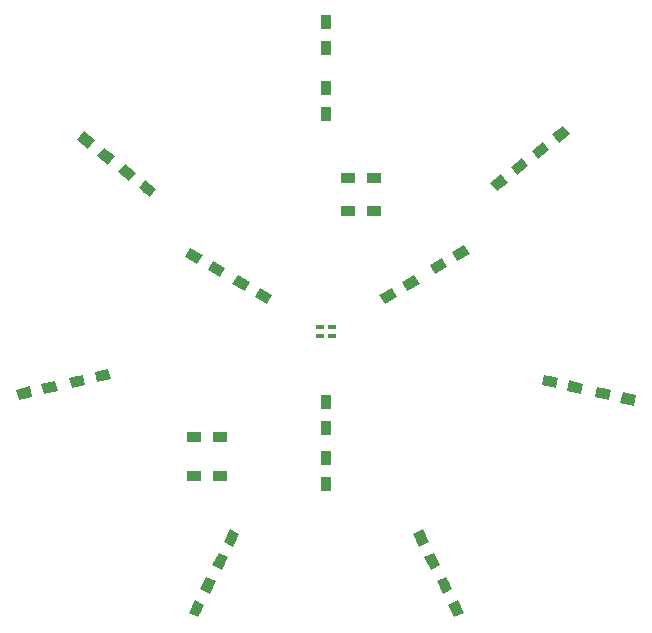
<source format=gbr>
G04 #@! TF.GenerationSoftware,KiCad,Pcbnew,(5.0.0)*
G04 #@! TF.CreationDate,2019-02-21T00:44:54+09:00*
G04 #@! TF.ProjectId,coaster,636F61737465722E6B696361645F7063,rev?*
G04 #@! TF.SameCoordinates,Original*
G04 #@! TF.FileFunction,Paste,Top*
G04 #@! TF.FilePolarity,Positive*
%FSLAX46Y46*%
G04 Gerber Fmt 4.6, Leading zero omitted, Abs format (unit mm)*
G04 Created by KiCad (PCBNEW (5.0.0)) date 02/21/19 00:44:54*
%MOMM*%
%LPD*%
G01*
G04 APERTURE LIST*
%ADD10R,0.900000X1.200000*%
%ADD11C,0.900000*%
%ADD12C,0.100000*%
%ADD13R,1.200000X0.900000*%
%ADD14R,0.650000X0.400000*%
G04 APERTURE END LIST*
D10*
G04 #@! TO.C,D2*
X155000000Y-58800000D03*
X155000000Y-61000000D03*
G04 #@! TD*
D11*
G04 #@! TO.C,D4*
X178427336Y-90256297D03*
D12*
G36*
X179112122Y-89950409D02*
X178912729Y-90828043D01*
X177742550Y-90562185D01*
X177941943Y-89684551D01*
X179112122Y-89950409D01*
X179112122Y-89950409D01*
G37*
D11*
X180572664Y-90743703D03*
D12*
G36*
X181257450Y-90437815D02*
X181058057Y-91315449D01*
X179887878Y-91049591D01*
X180087271Y-90171957D01*
X181257450Y-90437815D01*
X181257450Y-90437815D01*
G37*
G04 #@! TD*
D11*
G04 #@! TO.C,D7*
X131571807Y-89752554D03*
D12*
G36*
X131088413Y-90325991D02*
X130885957Y-89449058D01*
X132055201Y-89179117D01*
X132257657Y-90056050D01*
X131088413Y-90325991D01*
X131088413Y-90325991D01*
G37*
D11*
X129428193Y-90247446D03*
D12*
G36*
X128944799Y-90820883D02*
X128742343Y-89943950D01*
X129911587Y-89674009D01*
X130114043Y-90550942D01*
X128944799Y-90820883D01*
X128944799Y-90820883D01*
G37*
G04 #@! TD*
D11*
G04 #@! TO.C,D8*
X134640327Y-68813732D03*
D12*
G36*
X133890669Y-68791088D02*
X134452161Y-68087720D01*
X135389985Y-68836376D01*
X134828493Y-69539744D01*
X133890669Y-68791088D01*
X133890669Y-68791088D01*
G37*
D11*
X136359673Y-70186268D03*
D12*
G36*
X135610015Y-70163624D02*
X136171507Y-69460256D01*
X137109331Y-70208912D01*
X136547839Y-70912280D01*
X135610015Y-70163624D01*
X135610015Y-70163624D01*
G37*
G04 #@! TD*
D13*
G04 #@! TO.C,D12*
X156800000Y-74850000D03*
X159000000Y-74850000D03*
G04 #@! TD*
G04 #@! TO.C,D13*
X143800000Y-94000000D03*
X146000000Y-94000000D03*
G04 #@! TD*
D10*
G04 #@! TO.C,D10~~1*
X155000000Y-93200000D03*
X155000000Y-91000000D03*
G04 #@! TD*
D11*
G04 #@! TO.C,D11~~1*
X162155256Y-80900000D03*
D12*
G36*
X161860641Y-81589711D02*
X161410641Y-80810289D01*
X162449871Y-80210289D01*
X162899871Y-80989711D01*
X161860641Y-81589711D01*
X161860641Y-81589711D01*
G37*
D11*
X160250000Y-82000000D03*
D12*
G36*
X159955385Y-82689711D02*
X159505385Y-81910289D01*
X160544615Y-81310289D01*
X160994615Y-82089711D01*
X159955385Y-82689711D01*
X159955385Y-82689711D01*
G37*
G04 #@! TD*
D11*
G04 #@! TO.C,D3~~1*
X173140327Y-69686268D03*
D12*
G36*
X173328493Y-68960256D02*
X173889985Y-69663624D01*
X172952161Y-70412280D01*
X172390669Y-69708912D01*
X173328493Y-68960256D01*
X173328493Y-68960256D01*
G37*
D11*
X174859673Y-68313732D03*
D12*
G36*
X175047839Y-67587720D02*
X175609331Y-68291088D01*
X174671507Y-69039744D01*
X174110015Y-68336376D01*
X175047839Y-67587720D01*
X175047839Y-67587720D01*
G37*
G04 #@! TD*
D11*
G04 #@! TO.C,D5~~1*
X165982208Y-108488673D03*
D12*
G36*
X166649688Y-108830682D02*
X165840773Y-109225216D01*
X165314728Y-108146664D01*
X166123643Y-107752130D01*
X166649688Y-108830682D01*
X166649688Y-108830682D01*
G37*
D11*
X165017792Y-106511327D03*
D12*
G36*
X165685272Y-106853336D02*
X164876357Y-107247870D01*
X164350312Y-106169318D01*
X165159227Y-105774784D01*
X165685272Y-106853336D01*
X165685272Y-106853336D01*
G37*
G04 #@! TD*
D11*
G04 #@! TO.C,D6~~1*
X144977025Y-106508815D03*
D12*
G36*
X145122314Y-107244608D02*
X144311345Y-106854315D01*
X144831736Y-105773022D01*
X145642705Y-106163315D01*
X145122314Y-107244608D01*
X145122314Y-107244608D01*
G37*
D11*
X144022975Y-108491185D03*
D12*
G36*
X144168264Y-109226978D02*
X143357295Y-108836685D01*
X143877686Y-107755392D01*
X144688655Y-108145685D01*
X144168264Y-109226978D01*
X144168264Y-109226978D01*
G37*
G04 #@! TD*
D11*
G04 #@! TO.C,D9~~1*
X149702628Y-82050000D03*
D12*
G36*
X150447243Y-81960289D02*
X149997243Y-82739711D01*
X148958013Y-82139711D01*
X149408013Y-81360289D01*
X150447243Y-81960289D01*
X150447243Y-81960289D01*
G37*
D11*
X147797372Y-80950000D03*
D12*
G36*
X148541987Y-80860289D02*
X148091987Y-81639711D01*
X147052757Y-81039711D01*
X147502757Y-80260289D01*
X148541987Y-80860289D01*
X148541987Y-80860289D01*
G37*
G04 #@! TD*
D10*
G04 #@! TO.C,R2*
X155000000Y-64400000D03*
X155000000Y-66600000D03*
G04 #@! TD*
D11*
G04 #@! TO.C,R3*
X169640327Y-72436268D03*
D12*
G36*
X169452161Y-73162280D02*
X168890669Y-72458912D01*
X169828493Y-71710256D01*
X170389985Y-72413624D01*
X169452161Y-73162280D01*
X169452161Y-73162280D01*
G37*
D11*
X171359673Y-71063732D03*
D12*
G36*
X171171507Y-71789744D02*
X170610015Y-71086376D01*
X171547839Y-70337720D01*
X172109331Y-71041088D01*
X171171507Y-71789744D01*
X171171507Y-71789744D01*
G37*
G04 #@! TD*
D11*
G04 #@! TO.C,R4*
X176072664Y-89743703D03*
D12*
G36*
X175387878Y-90049591D02*
X175587271Y-89171957D01*
X176757450Y-89437815D01*
X176558057Y-90315449D01*
X175387878Y-90049591D01*
X175387878Y-90049591D01*
G37*
D11*
X173927336Y-89256297D03*
D12*
G36*
X173242550Y-89562185D02*
X173441943Y-88684551D01*
X174612122Y-88950409D01*
X174412729Y-89828043D01*
X173242550Y-89562185D01*
X173242550Y-89562185D01*
G37*
G04 #@! TD*
D11*
G04 #@! TO.C,R5*
X163017792Y-102511327D03*
D12*
G36*
X162350312Y-102169318D02*
X163159227Y-101774784D01*
X163685272Y-102853336D01*
X162876357Y-103247870D01*
X162350312Y-102169318D01*
X162350312Y-102169318D01*
G37*
D11*
X163982208Y-104488673D03*
D12*
G36*
X163314728Y-104146664D02*
X164123643Y-103752130D01*
X164649688Y-104830682D01*
X163840773Y-105225216D01*
X163314728Y-104146664D01*
X163314728Y-104146664D01*
G37*
G04 #@! TD*
D11*
G04 #@! TO.C,R6*
X146022975Y-104491185D03*
D12*
G36*
X145877686Y-103755392D02*
X146688655Y-104145685D01*
X146168264Y-105226978D01*
X145357295Y-104836685D01*
X145877686Y-103755392D01*
X145877686Y-103755392D01*
G37*
D11*
X146977025Y-102508815D03*
D12*
G36*
X146831736Y-101773022D02*
X147642705Y-102163315D01*
X147122314Y-103244608D01*
X146311345Y-102854315D01*
X146831736Y-101773022D01*
X146831736Y-101773022D01*
G37*
G04 #@! TD*
D11*
G04 #@! TO.C,R7*
X133928193Y-89247446D03*
D12*
G36*
X134411587Y-88674009D02*
X134614043Y-89550942D01*
X133444799Y-89820883D01*
X133242343Y-88943950D01*
X134411587Y-88674009D01*
X134411587Y-88674009D01*
G37*
D11*
X136071807Y-88752554D03*
D12*
G36*
X136555201Y-88179117D02*
X136757657Y-89056050D01*
X135588413Y-89325991D01*
X135385957Y-88449058D01*
X136555201Y-88179117D01*
X136555201Y-88179117D01*
G37*
G04 #@! TD*
D11*
G04 #@! TO.C,R8*
X139859673Y-72936268D03*
D12*
G36*
X140609331Y-72958912D02*
X140047839Y-73662280D01*
X139110015Y-72913624D01*
X139671507Y-72210256D01*
X140609331Y-72958912D01*
X140609331Y-72958912D01*
G37*
D11*
X138140327Y-71563732D03*
D12*
G36*
X138889985Y-71586376D02*
X138328493Y-72289744D01*
X137390669Y-71541088D01*
X137952161Y-70837720D01*
X138889985Y-71586376D01*
X138889985Y-71586376D01*
G37*
G04 #@! TD*
D11*
G04 #@! TO.C,R9*
X143797372Y-78650000D03*
D12*
G36*
X143052757Y-78739711D02*
X143502757Y-77960289D01*
X144541987Y-78560289D01*
X144091987Y-79339711D01*
X143052757Y-78739711D01*
X143052757Y-78739711D01*
G37*
D11*
X145702628Y-79750000D03*
D12*
G36*
X144958013Y-79839711D02*
X145408013Y-79060289D01*
X146447243Y-79660289D01*
X145997243Y-80439711D01*
X144958013Y-79839711D01*
X144958013Y-79839711D01*
G37*
G04 #@! TD*
D10*
G04 #@! TO.C,R10*
X155000000Y-95750000D03*
X155000000Y-97950000D03*
G04 #@! TD*
D11*
G04 #@! TO.C,R11*
X164500000Y-79500000D03*
D12*
G36*
X164794615Y-78810289D02*
X165244615Y-79589711D01*
X164205385Y-80189711D01*
X163755385Y-79410289D01*
X164794615Y-78810289D01*
X164794615Y-78810289D01*
G37*
D11*
X166405256Y-78400000D03*
D12*
G36*
X166699871Y-77710289D02*
X167149871Y-78489711D01*
X166110641Y-79089711D01*
X165660641Y-78310289D01*
X166699871Y-77710289D01*
X166699871Y-77710289D01*
G37*
G04 #@! TD*
D13*
G04 #@! TO.C,R12*
X156800000Y-72000000D03*
X159000000Y-72000000D03*
G04 #@! TD*
G04 #@! TO.C,R13*
X143800000Y-97250000D03*
X146000000Y-97250000D03*
G04 #@! TD*
D14*
G04 #@! TO.C,U2*
X154500000Y-84620000D03*
X154500000Y-85380000D03*
X155500000Y-84620000D03*
X155500000Y-85380000D03*
G04 #@! TD*
M02*

</source>
